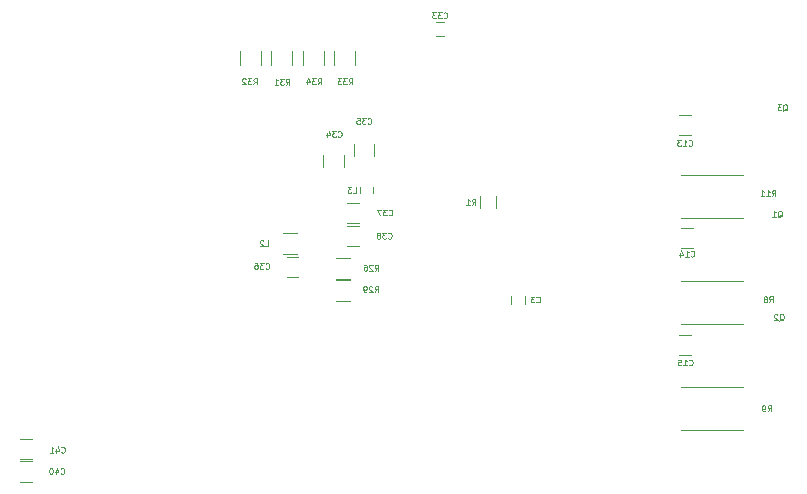
<source format=gbo>
G04 #@! TF.GenerationSoftware,KiCad,Pcbnew,(5.1.5)-3*
G04 #@! TF.CreationDate,2020-02-07T19:54:23-03:30*
G04 #@! TF.ProjectId,MCU_Powertrain,4d43555f-506f-4776-9572-747261696e2e,rev?*
G04 #@! TF.SameCoordinates,Original*
G04 #@! TF.FileFunction,Legend,Bot*
G04 #@! TF.FilePolarity,Positive*
%FSLAX46Y46*%
G04 Gerber Fmt 4.6, Leading zero omitted, Abs format (unit mm)*
G04 Created by KiCad (PCBNEW (5.1.5)-3) date 2020-02-07 19:54:23*
%MOMM*%
%LPD*%
G04 APERTURE LIST*
%ADD10C,0.120000*%
%ADD11C,0.125000*%
G04 APERTURE END LIST*
D10*
X72845000Y-106915000D02*
X72845000Y-107615000D01*
X74045000Y-107615000D02*
X74045000Y-106915000D01*
X88100000Y-93350000D02*
X87100000Y-93350000D01*
X87100000Y-91650000D02*
X88100000Y-91650000D01*
X87300000Y-101150000D02*
X88300000Y-101150000D01*
X88300000Y-102850000D02*
X87300000Y-102850000D01*
X88125000Y-111950000D02*
X87125000Y-111950000D01*
X87125000Y-110250000D02*
X88125000Y-110250000D01*
X66485000Y-84930000D02*
X67185000Y-84930000D01*
X67185000Y-83730000D02*
X66485000Y-83730000D01*
X57000000Y-96000000D02*
X57000000Y-95000000D01*
X58700000Y-95000000D02*
X58700000Y-96000000D01*
X59550000Y-95050000D02*
X59550000Y-94050000D01*
X61250000Y-94050000D02*
X61250000Y-95050000D01*
X54875000Y-105325000D02*
X53875000Y-105325000D01*
X53875000Y-103625000D02*
X54875000Y-103625000D01*
X60025000Y-100775000D02*
X59025000Y-100775000D01*
X59025000Y-99075000D02*
X60025000Y-99075000D01*
X59025000Y-100975000D02*
X60025000Y-100975000D01*
X60025000Y-102675000D02*
X59025000Y-102675000D01*
X54800000Y-101620000D02*
X53600000Y-101620000D01*
X53600000Y-103380000D02*
X54800000Y-103380000D01*
X61155000Y-97725000D02*
X61155000Y-98225000D01*
X60095000Y-98225000D02*
X60095000Y-97725000D01*
X71630000Y-99500000D02*
X71630000Y-98500000D01*
X70270000Y-98500000D02*
X70270000Y-99500000D01*
X92500000Y-105680000D02*
X87300000Y-105680000D01*
X87300000Y-109320000D02*
X92500000Y-109320000D01*
X87300000Y-118320000D02*
X92500000Y-118320000D01*
X92500000Y-114680000D02*
X87300000Y-114680000D01*
X87300000Y-100320000D02*
X92500000Y-100320000D01*
X92500000Y-96680000D02*
X87300000Y-96680000D01*
X59225000Y-103720000D02*
X58025000Y-103720000D01*
X58025000Y-105480000D02*
X59225000Y-105480000D01*
X58025000Y-107380000D02*
X59225000Y-107380000D01*
X59225000Y-105620000D02*
X58025000Y-105620000D01*
X52595000Y-86190000D02*
X52595000Y-87390000D01*
X54355000Y-87390000D02*
X54355000Y-86190000D01*
X49945000Y-86190000D02*
X49945000Y-87390000D01*
X51705000Y-87390000D02*
X51705000Y-86190000D01*
X59680000Y-87400000D02*
X59680000Y-86200000D01*
X57920000Y-86200000D02*
X57920000Y-87400000D01*
X55270000Y-86200000D02*
X55270000Y-87400000D01*
X57030000Y-87400000D02*
X57030000Y-86200000D01*
X31300000Y-120950000D02*
X32300000Y-120950000D01*
X32300000Y-122650000D02*
X31300000Y-122650000D01*
X32300000Y-120750000D02*
X31300000Y-120750000D01*
X31300000Y-119050000D02*
X32300000Y-119050000D01*
D11*
X75028333Y-107443571D02*
X75052142Y-107467380D01*
X75123571Y-107491190D01*
X75171190Y-107491190D01*
X75242619Y-107467380D01*
X75290238Y-107419761D01*
X75314047Y-107372142D01*
X75337857Y-107276904D01*
X75337857Y-107205476D01*
X75314047Y-107110238D01*
X75290238Y-107062619D01*
X75242619Y-107015000D01*
X75171190Y-106991190D01*
X75123571Y-106991190D01*
X75052142Y-107015000D01*
X75028333Y-107038809D01*
X74861666Y-106991190D02*
X74552142Y-106991190D01*
X74718809Y-107181666D01*
X74647380Y-107181666D01*
X74599761Y-107205476D01*
X74575952Y-107229285D01*
X74552142Y-107276904D01*
X74552142Y-107395952D01*
X74575952Y-107443571D01*
X74599761Y-107467380D01*
X74647380Y-107491190D01*
X74790238Y-107491190D01*
X74837857Y-107467380D01*
X74861666Y-107443571D01*
X87921428Y-94178571D02*
X87945238Y-94202380D01*
X88016666Y-94226190D01*
X88064285Y-94226190D01*
X88135714Y-94202380D01*
X88183333Y-94154761D01*
X88207142Y-94107142D01*
X88230952Y-94011904D01*
X88230952Y-93940476D01*
X88207142Y-93845238D01*
X88183333Y-93797619D01*
X88135714Y-93750000D01*
X88064285Y-93726190D01*
X88016666Y-93726190D01*
X87945238Y-93750000D01*
X87921428Y-93773809D01*
X87445238Y-94226190D02*
X87730952Y-94226190D01*
X87588095Y-94226190D02*
X87588095Y-93726190D01*
X87635714Y-93797619D01*
X87683333Y-93845238D01*
X87730952Y-93869047D01*
X87278571Y-93726190D02*
X86969047Y-93726190D01*
X87135714Y-93916666D01*
X87064285Y-93916666D01*
X87016666Y-93940476D01*
X86992857Y-93964285D01*
X86969047Y-94011904D01*
X86969047Y-94130952D01*
X86992857Y-94178571D01*
X87016666Y-94202380D01*
X87064285Y-94226190D01*
X87207142Y-94226190D01*
X87254761Y-94202380D01*
X87278571Y-94178571D01*
X88096428Y-103553571D02*
X88120238Y-103577380D01*
X88191666Y-103601190D01*
X88239285Y-103601190D01*
X88310714Y-103577380D01*
X88358333Y-103529761D01*
X88382142Y-103482142D01*
X88405952Y-103386904D01*
X88405952Y-103315476D01*
X88382142Y-103220238D01*
X88358333Y-103172619D01*
X88310714Y-103125000D01*
X88239285Y-103101190D01*
X88191666Y-103101190D01*
X88120238Y-103125000D01*
X88096428Y-103148809D01*
X87620238Y-103601190D02*
X87905952Y-103601190D01*
X87763095Y-103601190D02*
X87763095Y-103101190D01*
X87810714Y-103172619D01*
X87858333Y-103220238D01*
X87905952Y-103244047D01*
X87191666Y-103267857D02*
X87191666Y-103601190D01*
X87310714Y-103077380D02*
X87429761Y-103434523D01*
X87120238Y-103434523D01*
X87946428Y-112778571D02*
X87970238Y-112802380D01*
X88041666Y-112826190D01*
X88089285Y-112826190D01*
X88160714Y-112802380D01*
X88208333Y-112754761D01*
X88232142Y-112707142D01*
X88255952Y-112611904D01*
X88255952Y-112540476D01*
X88232142Y-112445238D01*
X88208333Y-112397619D01*
X88160714Y-112350000D01*
X88089285Y-112326190D01*
X88041666Y-112326190D01*
X87970238Y-112350000D01*
X87946428Y-112373809D01*
X87470238Y-112826190D02*
X87755952Y-112826190D01*
X87613095Y-112826190D02*
X87613095Y-112326190D01*
X87660714Y-112397619D01*
X87708333Y-112445238D01*
X87755952Y-112469047D01*
X87017857Y-112326190D02*
X87255952Y-112326190D01*
X87279761Y-112564285D01*
X87255952Y-112540476D01*
X87208333Y-112516666D01*
X87089285Y-112516666D01*
X87041666Y-112540476D01*
X87017857Y-112564285D01*
X86994047Y-112611904D01*
X86994047Y-112730952D01*
X87017857Y-112778571D01*
X87041666Y-112802380D01*
X87089285Y-112826190D01*
X87208333Y-112826190D01*
X87255952Y-112802380D01*
X87279761Y-112778571D01*
X67171428Y-83378571D02*
X67195238Y-83402380D01*
X67266666Y-83426190D01*
X67314285Y-83426190D01*
X67385714Y-83402380D01*
X67433333Y-83354761D01*
X67457142Y-83307142D01*
X67480952Y-83211904D01*
X67480952Y-83140476D01*
X67457142Y-83045238D01*
X67433333Y-82997619D01*
X67385714Y-82950000D01*
X67314285Y-82926190D01*
X67266666Y-82926190D01*
X67195238Y-82950000D01*
X67171428Y-82973809D01*
X67004761Y-82926190D02*
X66695238Y-82926190D01*
X66861904Y-83116666D01*
X66790476Y-83116666D01*
X66742857Y-83140476D01*
X66719047Y-83164285D01*
X66695238Y-83211904D01*
X66695238Y-83330952D01*
X66719047Y-83378571D01*
X66742857Y-83402380D01*
X66790476Y-83426190D01*
X66933333Y-83426190D01*
X66980952Y-83402380D01*
X67004761Y-83378571D01*
X66528571Y-82926190D02*
X66219047Y-82926190D01*
X66385714Y-83116666D01*
X66314285Y-83116666D01*
X66266666Y-83140476D01*
X66242857Y-83164285D01*
X66219047Y-83211904D01*
X66219047Y-83330952D01*
X66242857Y-83378571D01*
X66266666Y-83402380D01*
X66314285Y-83426190D01*
X66457142Y-83426190D01*
X66504761Y-83402380D01*
X66528571Y-83378571D01*
X58221428Y-93428571D02*
X58245238Y-93452380D01*
X58316666Y-93476190D01*
X58364285Y-93476190D01*
X58435714Y-93452380D01*
X58483333Y-93404761D01*
X58507142Y-93357142D01*
X58530952Y-93261904D01*
X58530952Y-93190476D01*
X58507142Y-93095238D01*
X58483333Y-93047619D01*
X58435714Y-93000000D01*
X58364285Y-92976190D01*
X58316666Y-92976190D01*
X58245238Y-93000000D01*
X58221428Y-93023809D01*
X58054761Y-92976190D02*
X57745238Y-92976190D01*
X57911904Y-93166666D01*
X57840476Y-93166666D01*
X57792857Y-93190476D01*
X57769047Y-93214285D01*
X57745238Y-93261904D01*
X57745238Y-93380952D01*
X57769047Y-93428571D01*
X57792857Y-93452380D01*
X57840476Y-93476190D01*
X57983333Y-93476190D01*
X58030952Y-93452380D01*
X58054761Y-93428571D01*
X57316666Y-93142857D02*
X57316666Y-93476190D01*
X57435714Y-92952380D02*
X57554761Y-93309523D01*
X57245238Y-93309523D01*
X60746428Y-92328571D02*
X60770238Y-92352380D01*
X60841666Y-92376190D01*
X60889285Y-92376190D01*
X60960714Y-92352380D01*
X61008333Y-92304761D01*
X61032142Y-92257142D01*
X61055952Y-92161904D01*
X61055952Y-92090476D01*
X61032142Y-91995238D01*
X61008333Y-91947619D01*
X60960714Y-91900000D01*
X60889285Y-91876190D01*
X60841666Y-91876190D01*
X60770238Y-91900000D01*
X60746428Y-91923809D01*
X60579761Y-91876190D02*
X60270238Y-91876190D01*
X60436904Y-92066666D01*
X60365476Y-92066666D01*
X60317857Y-92090476D01*
X60294047Y-92114285D01*
X60270238Y-92161904D01*
X60270238Y-92280952D01*
X60294047Y-92328571D01*
X60317857Y-92352380D01*
X60365476Y-92376190D01*
X60508333Y-92376190D01*
X60555952Y-92352380D01*
X60579761Y-92328571D01*
X59817857Y-91876190D02*
X60055952Y-91876190D01*
X60079761Y-92114285D01*
X60055952Y-92090476D01*
X60008333Y-92066666D01*
X59889285Y-92066666D01*
X59841666Y-92090476D01*
X59817857Y-92114285D01*
X59794047Y-92161904D01*
X59794047Y-92280952D01*
X59817857Y-92328571D01*
X59841666Y-92352380D01*
X59889285Y-92376190D01*
X60008333Y-92376190D01*
X60055952Y-92352380D01*
X60079761Y-92328571D01*
X52096428Y-104603571D02*
X52120238Y-104627380D01*
X52191666Y-104651190D01*
X52239285Y-104651190D01*
X52310714Y-104627380D01*
X52358333Y-104579761D01*
X52382142Y-104532142D01*
X52405952Y-104436904D01*
X52405952Y-104365476D01*
X52382142Y-104270238D01*
X52358333Y-104222619D01*
X52310714Y-104175000D01*
X52239285Y-104151190D01*
X52191666Y-104151190D01*
X52120238Y-104175000D01*
X52096428Y-104198809D01*
X51929761Y-104151190D02*
X51620238Y-104151190D01*
X51786904Y-104341666D01*
X51715476Y-104341666D01*
X51667857Y-104365476D01*
X51644047Y-104389285D01*
X51620238Y-104436904D01*
X51620238Y-104555952D01*
X51644047Y-104603571D01*
X51667857Y-104627380D01*
X51715476Y-104651190D01*
X51858333Y-104651190D01*
X51905952Y-104627380D01*
X51929761Y-104603571D01*
X51191666Y-104151190D02*
X51286904Y-104151190D01*
X51334523Y-104175000D01*
X51358333Y-104198809D01*
X51405952Y-104270238D01*
X51429761Y-104365476D01*
X51429761Y-104555952D01*
X51405952Y-104603571D01*
X51382142Y-104627380D01*
X51334523Y-104651190D01*
X51239285Y-104651190D01*
X51191666Y-104627380D01*
X51167857Y-104603571D01*
X51144047Y-104555952D01*
X51144047Y-104436904D01*
X51167857Y-104389285D01*
X51191666Y-104365476D01*
X51239285Y-104341666D01*
X51334523Y-104341666D01*
X51382142Y-104365476D01*
X51405952Y-104389285D01*
X51429761Y-104436904D01*
X62521428Y-100078571D02*
X62545238Y-100102380D01*
X62616666Y-100126190D01*
X62664285Y-100126190D01*
X62735714Y-100102380D01*
X62783333Y-100054761D01*
X62807142Y-100007142D01*
X62830952Y-99911904D01*
X62830952Y-99840476D01*
X62807142Y-99745238D01*
X62783333Y-99697619D01*
X62735714Y-99650000D01*
X62664285Y-99626190D01*
X62616666Y-99626190D01*
X62545238Y-99650000D01*
X62521428Y-99673809D01*
X62354761Y-99626190D02*
X62045238Y-99626190D01*
X62211904Y-99816666D01*
X62140476Y-99816666D01*
X62092857Y-99840476D01*
X62069047Y-99864285D01*
X62045238Y-99911904D01*
X62045238Y-100030952D01*
X62069047Y-100078571D01*
X62092857Y-100102380D01*
X62140476Y-100126190D01*
X62283333Y-100126190D01*
X62330952Y-100102380D01*
X62354761Y-100078571D01*
X61878571Y-99626190D02*
X61545238Y-99626190D01*
X61759523Y-100126190D01*
X62471428Y-102028571D02*
X62495238Y-102052380D01*
X62566666Y-102076190D01*
X62614285Y-102076190D01*
X62685714Y-102052380D01*
X62733333Y-102004761D01*
X62757142Y-101957142D01*
X62780952Y-101861904D01*
X62780952Y-101790476D01*
X62757142Y-101695238D01*
X62733333Y-101647619D01*
X62685714Y-101600000D01*
X62614285Y-101576190D01*
X62566666Y-101576190D01*
X62495238Y-101600000D01*
X62471428Y-101623809D01*
X62304761Y-101576190D02*
X61995238Y-101576190D01*
X62161904Y-101766666D01*
X62090476Y-101766666D01*
X62042857Y-101790476D01*
X62019047Y-101814285D01*
X61995238Y-101861904D01*
X61995238Y-101980952D01*
X62019047Y-102028571D01*
X62042857Y-102052380D01*
X62090476Y-102076190D01*
X62233333Y-102076190D01*
X62280952Y-102052380D01*
X62304761Y-102028571D01*
X61709523Y-101790476D02*
X61757142Y-101766666D01*
X61780952Y-101742857D01*
X61804761Y-101695238D01*
X61804761Y-101671428D01*
X61780952Y-101623809D01*
X61757142Y-101600000D01*
X61709523Y-101576190D01*
X61614285Y-101576190D01*
X61566666Y-101600000D01*
X61542857Y-101623809D01*
X61519047Y-101671428D01*
X61519047Y-101695238D01*
X61542857Y-101742857D01*
X61566666Y-101766666D01*
X61614285Y-101790476D01*
X61709523Y-101790476D01*
X61757142Y-101814285D01*
X61780952Y-101838095D01*
X61804761Y-101885714D01*
X61804761Y-101980952D01*
X61780952Y-102028571D01*
X61757142Y-102052380D01*
X61709523Y-102076190D01*
X61614285Y-102076190D01*
X61566666Y-102052380D01*
X61542857Y-102028571D01*
X61519047Y-101980952D01*
X61519047Y-101885714D01*
X61542857Y-101838095D01*
X61566666Y-101814285D01*
X61614285Y-101790476D01*
X52058333Y-102701190D02*
X52296428Y-102701190D01*
X52296428Y-102201190D01*
X51915476Y-102248809D02*
X51891666Y-102225000D01*
X51844047Y-102201190D01*
X51725000Y-102201190D01*
X51677380Y-102225000D01*
X51653571Y-102248809D01*
X51629761Y-102296428D01*
X51629761Y-102344047D01*
X51653571Y-102415476D01*
X51939285Y-102701190D01*
X51629761Y-102701190D01*
X59483333Y-98226190D02*
X59721428Y-98226190D01*
X59721428Y-97726190D01*
X59364285Y-97726190D02*
X59054761Y-97726190D01*
X59221428Y-97916666D01*
X59150000Y-97916666D01*
X59102380Y-97940476D01*
X59078571Y-97964285D01*
X59054761Y-98011904D01*
X59054761Y-98130952D01*
X59078571Y-98178571D01*
X59102380Y-98202380D01*
X59150000Y-98226190D01*
X59292857Y-98226190D01*
X59340476Y-98202380D01*
X59364285Y-98178571D01*
X95447619Y-100273809D02*
X95495238Y-100250000D01*
X95542857Y-100202380D01*
X95614285Y-100130952D01*
X95661904Y-100107142D01*
X95709523Y-100107142D01*
X95685714Y-100226190D02*
X95733333Y-100202380D01*
X95780952Y-100154761D01*
X95804761Y-100059523D01*
X95804761Y-99892857D01*
X95780952Y-99797619D01*
X95733333Y-99750000D01*
X95685714Y-99726190D01*
X95590476Y-99726190D01*
X95542857Y-99750000D01*
X95495238Y-99797619D01*
X95471428Y-99892857D01*
X95471428Y-100059523D01*
X95495238Y-100154761D01*
X95542857Y-100202380D01*
X95590476Y-100226190D01*
X95685714Y-100226190D01*
X94995238Y-100226190D02*
X95280952Y-100226190D01*
X95138095Y-100226190D02*
X95138095Y-99726190D01*
X95185714Y-99797619D01*
X95233333Y-99845238D01*
X95280952Y-99869047D01*
X95597619Y-109023809D02*
X95645238Y-109000000D01*
X95692857Y-108952380D01*
X95764285Y-108880952D01*
X95811904Y-108857142D01*
X95859523Y-108857142D01*
X95835714Y-108976190D02*
X95883333Y-108952380D01*
X95930952Y-108904761D01*
X95954761Y-108809523D01*
X95954761Y-108642857D01*
X95930952Y-108547619D01*
X95883333Y-108500000D01*
X95835714Y-108476190D01*
X95740476Y-108476190D01*
X95692857Y-108500000D01*
X95645238Y-108547619D01*
X95621428Y-108642857D01*
X95621428Y-108809523D01*
X95645238Y-108904761D01*
X95692857Y-108952380D01*
X95740476Y-108976190D01*
X95835714Y-108976190D01*
X95430952Y-108523809D02*
X95407142Y-108500000D01*
X95359523Y-108476190D01*
X95240476Y-108476190D01*
X95192857Y-108500000D01*
X95169047Y-108523809D01*
X95145238Y-108571428D01*
X95145238Y-108619047D01*
X95169047Y-108690476D01*
X95454761Y-108976190D01*
X95145238Y-108976190D01*
X95897619Y-91273809D02*
X95945238Y-91250000D01*
X95992857Y-91202380D01*
X96064285Y-91130952D01*
X96111904Y-91107142D01*
X96159523Y-91107142D01*
X96135714Y-91226190D02*
X96183333Y-91202380D01*
X96230952Y-91154761D01*
X96254761Y-91059523D01*
X96254761Y-90892857D01*
X96230952Y-90797619D01*
X96183333Y-90750000D01*
X96135714Y-90726190D01*
X96040476Y-90726190D01*
X95992857Y-90750000D01*
X95945238Y-90797619D01*
X95921428Y-90892857D01*
X95921428Y-91059523D01*
X95945238Y-91154761D01*
X95992857Y-91202380D01*
X96040476Y-91226190D01*
X96135714Y-91226190D01*
X95754761Y-90726190D02*
X95445238Y-90726190D01*
X95611904Y-90916666D01*
X95540476Y-90916666D01*
X95492857Y-90940476D01*
X95469047Y-90964285D01*
X95445238Y-91011904D01*
X95445238Y-91130952D01*
X95469047Y-91178571D01*
X95492857Y-91202380D01*
X95540476Y-91226190D01*
X95683333Y-91226190D01*
X95730952Y-91202380D01*
X95754761Y-91178571D01*
X69583333Y-99226190D02*
X69750000Y-98988095D01*
X69869047Y-99226190D02*
X69869047Y-98726190D01*
X69678571Y-98726190D01*
X69630952Y-98750000D01*
X69607142Y-98773809D01*
X69583333Y-98821428D01*
X69583333Y-98892857D01*
X69607142Y-98940476D01*
X69630952Y-98964285D01*
X69678571Y-98988095D01*
X69869047Y-98988095D01*
X69107142Y-99226190D02*
X69392857Y-99226190D01*
X69250000Y-99226190D02*
X69250000Y-98726190D01*
X69297619Y-98797619D01*
X69345238Y-98845238D01*
X69392857Y-98869047D01*
X94733333Y-107476190D02*
X94900000Y-107238095D01*
X95019047Y-107476190D02*
X95019047Y-106976190D01*
X94828571Y-106976190D01*
X94780952Y-107000000D01*
X94757142Y-107023809D01*
X94733333Y-107071428D01*
X94733333Y-107142857D01*
X94757142Y-107190476D01*
X94780952Y-107214285D01*
X94828571Y-107238095D01*
X95019047Y-107238095D01*
X94447619Y-107190476D02*
X94495238Y-107166666D01*
X94519047Y-107142857D01*
X94542857Y-107095238D01*
X94542857Y-107071428D01*
X94519047Y-107023809D01*
X94495238Y-107000000D01*
X94447619Y-106976190D01*
X94352380Y-106976190D01*
X94304761Y-107000000D01*
X94280952Y-107023809D01*
X94257142Y-107071428D01*
X94257142Y-107095238D01*
X94280952Y-107142857D01*
X94304761Y-107166666D01*
X94352380Y-107190476D01*
X94447619Y-107190476D01*
X94495238Y-107214285D01*
X94519047Y-107238095D01*
X94542857Y-107285714D01*
X94542857Y-107380952D01*
X94519047Y-107428571D01*
X94495238Y-107452380D01*
X94447619Y-107476190D01*
X94352380Y-107476190D01*
X94304761Y-107452380D01*
X94280952Y-107428571D01*
X94257142Y-107380952D01*
X94257142Y-107285714D01*
X94280952Y-107238095D01*
X94304761Y-107214285D01*
X94352380Y-107190476D01*
X94608333Y-116701190D02*
X94775000Y-116463095D01*
X94894047Y-116701190D02*
X94894047Y-116201190D01*
X94703571Y-116201190D01*
X94655952Y-116225000D01*
X94632142Y-116248809D01*
X94608333Y-116296428D01*
X94608333Y-116367857D01*
X94632142Y-116415476D01*
X94655952Y-116439285D01*
X94703571Y-116463095D01*
X94894047Y-116463095D01*
X94370238Y-116701190D02*
X94275000Y-116701190D01*
X94227380Y-116677380D01*
X94203571Y-116653571D01*
X94155952Y-116582142D01*
X94132142Y-116486904D01*
X94132142Y-116296428D01*
X94155952Y-116248809D01*
X94179761Y-116225000D01*
X94227380Y-116201190D01*
X94322619Y-116201190D01*
X94370238Y-116225000D01*
X94394047Y-116248809D01*
X94417857Y-116296428D01*
X94417857Y-116415476D01*
X94394047Y-116463095D01*
X94370238Y-116486904D01*
X94322619Y-116510714D01*
X94227380Y-116510714D01*
X94179761Y-116486904D01*
X94155952Y-116463095D01*
X94132142Y-116415476D01*
X94971428Y-98501190D02*
X95138095Y-98263095D01*
X95257142Y-98501190D02*
X95257142Y-98001190D01*
X95066666Y-98001190D01*
X95019047Y-98025000D01*
X94995238Y-98048809D01*
X94971428Y-98096428D01*
X94971428Y-98167857D01*
X94995238Y-98215476D01*
X95019047Y-98239285D01*
X95066666Y-98263095D01*
X95257142Y-98263095D01*
X94495238Y-98501190D02*
X94780952Y-98501190D01*
X94638095Y-98501190D02*
X94638095Y-98001190D01*
X94685714Y-98072619D01*
X94733333Y-98120238D01*
X94780952Y-98144047D01*
X94019047Y-98501190D02*
X94304761Y-98501190D01*
X94161904Y-98501190D02*
X94161904Y-98001190D01*
X94209523Y-98072619D01*
X94257142Y-98120238D01*
X94304761Y-98144047D01*
X61346428Y-104801190D02*
X61513095Y-104563095D01*
X61632142Y-104801190D02*
X61632142Y-104301190D01*
X61441666Y-104301190D01*
X61394047Y-104325000D01*
X61370238Y-104348809D01*
X61346428Y-104396428D01*
X61346428Y-104467857D01*
X61370238Y-104515476D01*
X61394047Y-104539285D01*
X61441666Y-104563095D01*
X61632142Y-104563095D01*
X61155952Y-104348809D02*
X61132142Y-104325000D01*
X61084523Y-104301190D01*
X60965476Y-104301190D01*
X60917857Y-104325000D01*
X60894047Y-104348809D01*
X60870238Y-104396428D01*
X60870238Y-104444047D01*
X60894047Y-104515476D01*
X61179761Y-104801190D01*
X60870238Y-104801190D01*
X60441666Y-104301190D02*
X60536904Y-104301190D01*
X60584523Y-104325000D01*
X60608333Y-104348809D01*
X60655952Y-104420238D01*
X60679761Y-104515476D01*
X60679761Y-104705952D01*
X60655952Y-104753571D01*
X60632142Y-104777380D01*
X60584523Y-104801190D01*
X60489285Y-104801190D01*
X60441666Y-104777380D01*
X60417857Y-104753571D01*
X60394047Y-104705952D01*
X60394047Y-104586904D01*
X60417857Y-104539285D01*
X60441666Y-104515476D01*
X60489285Y-104491666D01*
X60584523Y-104491666D01*
X60632142Y-104515476D01*
X60655952Y-104539285D01*
X60679761Y-104586904D01*
X61321428Y-106626190D02*
X61488095Y-106388095D01*
X61607142Y-106626190D02*
X61607142Y-106126190D01*
X61416666Y-106126190D01*
X61369047Y-106150000D01*
X61345238Y-106173809D01*
X61321428Y-106221428D01*
X61321428Y-106292857D01*
X61345238Y-106340476D01*
X61369047Y-106364285D01*
X61416666Y-106388095D01*
X61607142Y-106388095D01*
X61130952Y-106173809D02*
X61107142Y-106150000D01*
X61059523Y-106126190D01*
X60940476Y-106126190D01*
X60892857Y-106150000D01*
X60869047Y-106173809D01*
X60845238Y-106221428D01*
X60845238Y-106269047D01*
X60869047Y-106340476D01*
X61154761Y-106626190D01*
X60845238Y-106626190D01*
X60607142Y-106626190D02*
X60511904Y-106626190D01*
X60464285Y-106602380D01*
X60440476Y-106578571D01*
X60392857Y-106507142D01*
X60369047Y-106411904D01*
X60369047Y-106221428D01*
X60392857Y-106173809D01*
X60416666Y-106150000D01*
X60464285Y-106126190D01*
X60559523Y-106126190D01*
X60607142Y-106150000D01*
X60630952Y-106173809D01*
X60654761Y-106221428D01*
X60654761Y-106340476D01*
X60630952Y-106388095D01*
X60607142Y-106411904D01*
X60559523Y-106435714D01*
X60464285Y-106435714D01*
X60416666Y-106411904D01*
X60392857Y-106388095D01*
X60369047Y-106340476D01*
X53821428Y-89051190D02*
X53988095Y-88813095D01*
X54107142Y-89051190D02*
X54107142Y-88551190D01*
X53916666Y-88551190D01*
X53869047Y-88575000D01*
X53845238Y-88598809D01*
X53821428Y-88646428D01*
X53821428Y-88717857D01*
X53845238Y-88765476D01*
X53869047Y-88789285D01*
X53916666Y-88813095D01*
X54107142Y-88813095D01*
X53654761Y-88551190D02*
X53345238Y-88551190D01*
X53511904Y-88741666D01*
X53440476Y-88741666D01*
X53392857Y-88765476D01*
X53369047Y-88789285D01*
X53345238Y-88836904D01*
X53345238Y-88955952D01*
X53369047Y-89003571D01*
X53392857Y-89027380D01*
X53440476Y-89051190D01*
X53583333Y-89051190D01*
X53630952Y-89027380D01*
X53654761Y-89003571D01*
X52869047Y-89051190D02*
X53154761Y-89051190D01*
X53011904Y-89051190D02*
X53011904Y-88551190D01*
X53059523Y-88622619D01*
X53107142Y-88670238D01*
X53154761Y-88694047D01*
X51071428Y-89026190D02*
X51238095Y-88788095D01*
X51357142Y-89026190D02*
X51357142Y-88526190D01*
X51166666Y-88526190D01*
X51119047Y-88550000D01*
X51095238Y-88573809D01*
X51071428Y-88621428D01*
X51071428Y-88692857D01*
X51095238Y-88740476D01*
X51119047Y-88764285D01*
X51166666Y-88788095D01*
X51357142Y-88788095D01*
X50904761Y-88526190D02*
X50595238Y-88526190D01*
X50761904Y-88716666D01*
X50690476Y-88716666D01*
X50642857Y-88740476D01*
X50619047Y-88764285D01*
X50595238Y-88811904D01*
X50595238Y-88930952D01*
X50619047Y-88978571D01*
X50642857Y-89002380D01*
X50690476Y-89026190D01*
X50833333Y-89026190D01*
X50880952Y-89002380D01*
X50904761Y-88978571D01*
X50404761Y-88573809D02*
X50380952Y-88550000D01*
X50333333Y-88526190D01*
X50214285Y-88526190D01*
X50166666Y-88550000D01*
X50142857Y-88573809D01*
X50119047Y-88621428D01*
X50119047Y-88669047D01*
X50142857Y-88740476D01*
X50428571Y-89026190D01*
X50119047Y-89026190D01*
X59146428Y-89026190D02*
X59313095Y-88788095D01*
X59432142Y-89026190D02*
X59432142Y-88526190D01*
X59241666Y-88526190D01*
X59194047Y-88550000D01*
X59170238Y-88573809D01*
X59146428Y-88621428D01*
X59146428Y-88692857D01*
X59170238Y-88740476D01*
X59194047Y-88764285D01*
X59241666Y-88788095D01*
X59432142Y-88788095D01*
X58979761Y-88526190D02*
X58670238Y-88526190D01*
X58836904Y-88716666D01*
X58765476Y-88716666D01*
X58717857Y-88740476D01*
X58694047Y-88764285D01*
X58670238Y-88811904D01*
X58670238Y-88930952D01*
X58694047Y-88978571D01*
X58717857Y-89002380D01*
X58765476Y-89026190D01*
X58908333Y-89026190D01*
X58955952Y-89002380D01*
X58979761Y-88978571D01*
X58503571Y-88526190D02*
X58194047Y-88526190D01*
X58360714Y-88716666D01*
X58289285Y-88716666D01*
X58241666Y-88740476D01*
X58217857Y-88764285D01*
X58194047Y-88811904D01*
X58194047Y-88930952D01*
X58217857Y-88978571D01*
X58241666Y-89002380D01*
X58289285Y-89026190D01*
X58432142Y-89026190D01*
X58479761Y-89002380D01*
X58503571Y-88978571D01*
X56496428Y-89026190D02*
X56663095Y-88788095D01*
X56782142Y-89026190D02*
X56782142Y-88526190D01*
X56591666Y-88526190D01*
X56544047Y-88550000D01*
X56520238Y-88573809D01*
X56496428Y-88621428D01*
X56496428Y-88692857D01*
X56520238Y-88740476D01*
X56544047Y-88764285D01*
X56591666Y-88788095D01*
X56782142Y-88788095D01*
X56329761Y-88526190D02*
X56020238Y-88526190D01*
X56186904Y-88716666D01*
X56115476Y-88716666D01*
X56067857Y-88740476D01*
X56044047Y-88764285D01*
X56020238Y-88811904D01*
X56020238Y-88930952D01*
X56044047Y-88978571D01*
X56067857Y-89002380D01*
X56115476Y-89026190D01*
X56258333Y-89026190D01*
X56305952Y-89002380D01*
X56329761Y-88978571D01*
X55591666Y-88692857D02*
X55591666Y-89026190D01*
X55710714Y-88502380D02*
X55829761Y-88859523D01*
X55520238Y-88859523D01*
X34746428Y-121953571D02*
X34770238Y-121977380D01*
X34841666Y-122001190D01*
X34889285Y-122001190D01*
X34960714Y-121977380D01*
X35008333Y-121929761D01*
X35032142Y-121882142D01*
X35055952Y-121786904D01*
X35055952Y-121715476D01*
X35032142Y-121620238D01*
X35008333Y-121572619D01*
X34960714Y-121525000D01*
X34889285Y-121501190D01*
X34841666Y-121501190D01*
X34770238Y-121525000D01*
X34746428Y-121548809D01*
X34317857Y-121667857D02*
X34317857Y-122001190D01*
X34436904Y-121477380D02*
X34555952Y-121834523D01*
X34246428Y-121834523D01*
X33960714Y-121501190D02*
X33913095Y-121501190D01*
X33865476Y-121525000D01*
X33841666Y-121548809D01*
X33817857Y-121596428D01*
X33794047Y-121691666D01*
X33794047Y-121810714D01*
X33817857Y-121905952D01*
X33841666Y-121953571D01*
X33865476Y-121977380D01*
X33913095Y-122001190D01*
X33960714Y-122001190D01*
X34008333Y-121977380D01*
X34032142Y-121953571D01*
X34055952Y-121905952D01*
X34079761Y-121810714D01*
X34079761Y-121691666D01*
X34055952Y-121596428D01*
X34032142Y-121548809D01*
X34008333Y-121525000D01*
X33960714Y-121501190D01*
X34796428Y-120153571D02*
X34820238Y-120177380D01*
X34891666Y-120201190D01*
X34939285Y-120201190D01*
X35010714Y-120177380D01*
X35058333Y-120129761D01*
X35082142Y-120082142D01*
X35105952Y-119986904D01*
X35105952Y-119915476D01*
X35082142Y-119820238D01*
X35058333Y-119772619D01*
X35010714Y-119725000D01*
X34939285Y-119701190D01*
X34891666Y-119701190D01*
X34820238Y-119725000D01*
X34796428Y-119748809D01*
X34367857Y-119867857D02*
X34367857Y-120201190D01*
X34486904Y-119677380D02*
X34605952Y-120034523D01*
X34296428Y-120034523D01*
X33844047Y-120201190D02*
X34129761Y-120201190D01*
X33986904Y-120201190D02*
X33986904Y-119701190D01*
X34034523Y-119772619D01*
X34082142Y-119820238D01*
X34129761Y-119844047D01*
M02*

</source>
